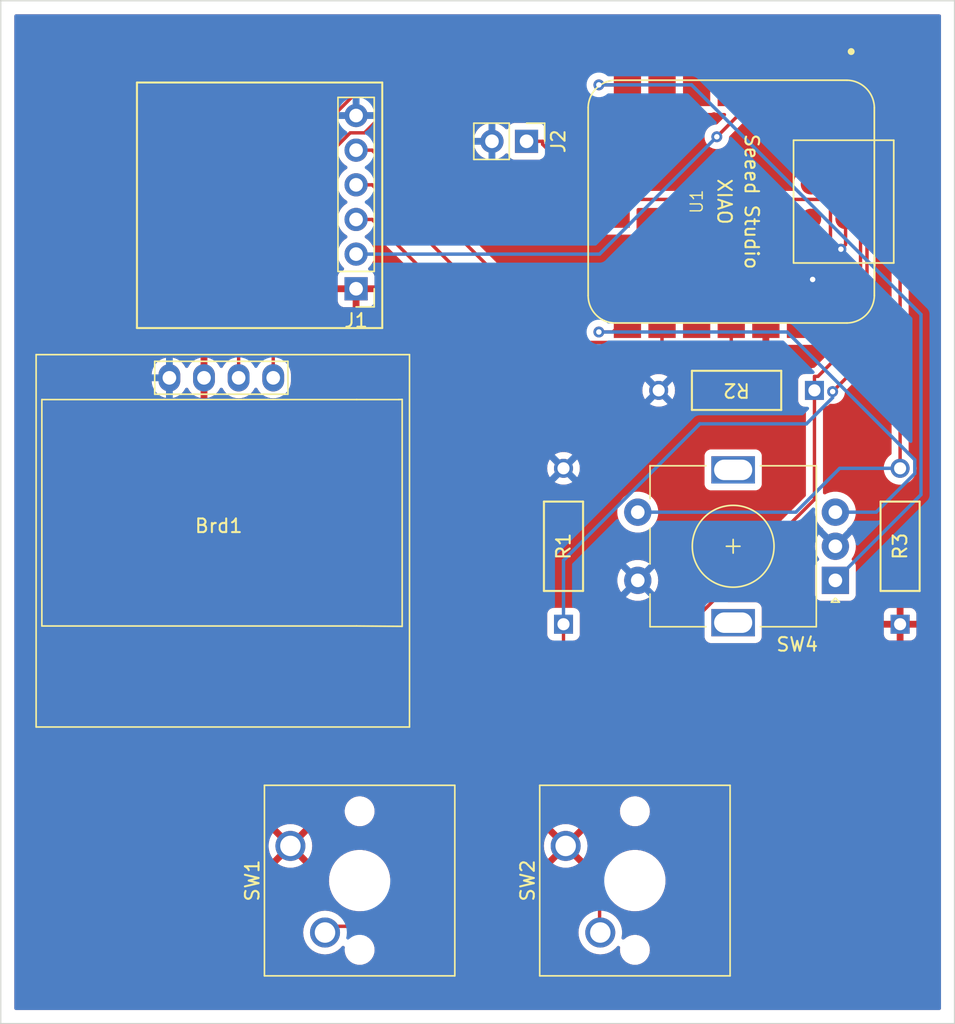
<source format=kicad_pcb>
(kicad_pcb (version 20221018) (generator pcbnew)
  (layers (0 "F.Cu" signal) (31 "B.Cu" signal) (34 "B.Paste" user) (35 "F.Paste" user) (36 "B.SilkS" user "B.Silkscreen") (37 "F.SilkS" user "F.Silkscreen") (38 "B.Mask" user) (39 "F.Mask" user) (44 "Edge.Cuts" user))
  (net 0 "")
  (net 1 "GND")
  (net 2 "ENC_C")
  (net 3 "SCL")
  (net 4 "SDA")
  (net 5 "CS_SD")
  (net 6 "MOSI")
  (net 7 "CLK")
  (net 8 "MISO")
  (net 9 "+5V")
  (net 10 "S1")
  (net 11 "S2")
  (net 12 "ENC_A")
  (net 13 "ENC_B")
  (net 18 "+3V3")
  (footprint "Connector_PinHeader_2.54mm:PinHeader_1x06_P2.54mm_Vertical" (layer "F.Cu") (at 136.08 78.12 180)
    (fp_text reference "J1" (at 0 -2.33) (layer "F.SilkS"))
    (fp_text value "Conn_01x06_Pin")
    (fp_line (start -1.33 -1.33) (end 0 -1.33) (stroke (width 0.12)) (layer "F.SilkS"))
    (fp_line (start -1.33 0) (end -1.33 -1.33) (stroke (width 0.12)) (layer "F.SilkS"))
    (fp_line (start -1.33 1.27) (end -1.33 14.03) (stroke (width 0.12)) (layer "F.SilkS"))
    (fp_line (start -1.33 1.27) (end 1.33 1.27) (stroke (width 0.12)) (layer "F.SilkS"))
    (fp_line (start -1.33 14.03) (end 1.33 14.03) (stroke (width 0.12)) (layer "F.SilkS"))
    (fp_line (start 1.33 1.27) (end 1.33 14.03) (stroke (width 0.12)) (layer "F.SilkS"))
    (pad "1" thru_hole rect (at 0 0 180) (size 1.7 1.7) (drill 1) (layers "*.Cu" "*.Mask") (net 18 "+3V3"))
    (pad "2" thru_hole oval (at 0 2.54 180) (size 1.7 1.7) (drill 1) (layers "*.Cu" "*.Mask") (net 5 "CS_SD"))
    (pad "3" thru_hole oval (at 0 5.08 180) (size 1.7 1.7) (drill 1) (layers "*.Cu" "*.Mask") (net 6 "MOSI"))
    (pad "4" thru_hole oval (at 0 7.62 180) (size 1.7 1.7) (drill 1) (layers "*.Cu" "*.Mask") (net 7 "CLK"))
    (pad "5" thru_hole oval (at 0 10.16 180) (size 1.7 1.7) (drill 1) (layers "*.Cu" "*.Mask") (net 8 "MISO"))
    (pad "6" thru_hole oval (at 0 12.7 180) (size 1.7 1.7) (drill 1) (layers "*.Cu" "*.Mask") (net 1 "GND"))
  )
  (footprint "Connector_PinHeader_2.54mm:PinHeader_1x02_P2.54mm_Vertical" (layer "F.Cu") (at 148.59 67.31 -90)
    (fp_text reference "J2" (at 0 -2.33 90) (layer "F.SilkS"))
    (fp_text value "Conn_01x02_Pin")
    (fp_line (start -1.33 -1.33) (end 0 -1.33) (stroke (width 0.12)) (layer "F.SilkS"))
    (fp_line (start -1.33 0) (end -1.33 -1.33) (stroke (width 0.12)) (layer "F.SilkS"))
    (fp_line (start -1.33 1.27) (end -1.33 3.87) (stroke (width 0.12)) (layer "F.SilkS"))
    (fp_line (start -1.33 1.27) (end 1.33 1.27) (stroke (width 0.12)) (layer "F.SilkS"))
    (fp_line (start -1.33 3.87) (end 1.33 3.87) (stroke (width 0.12)) (layer "F.SilkS"))
    (fp_line (start 1.33 1.27) (end 1.33 3.87) (stroke (width 0.12)) (layer "F.SilkS"))
    (pad "1" thru_hole rect (at 0 0 270) (size 1.7 1.7) (drill 1) (layers "*.Cu" "*.Mask") (net 9 "+5V"))
    (pad "2" thru_hole oval (at 0 2.54 270) (size 1.7 1.7) (drill 1) (layers "*.Cu" "*.Mask") (net 1 "GND"))
  )
  (footprint "Resistor_THT:CF14JT4K70" (layer "F.Cu") (at 169.715 85.57 180)
    (fp_text reference "R2" (at 5.715 0 180 unlocked) (layer "F.SilkS"))
    (fp_text value "R")
    (fp_line (start 2.4384 -1.4351) (end 2.4384 1.4351) (stroke (width 0.1524)) (layer "F.SilkS"))
    (fp_line (start 2.4384 1.4351) (end 8.9916 1.4351) (stroke (width 0.1524)) (layer "F.SilkS"))
    (fp_line (start 8.9916 -1.4351) (end 2.4384 -1.4351) (stroke (width 0.1524)) (layer "F.SilkS"))
    (fp_line (start 8.9916 1.4351) (end 8.9916 -1.4351) (stroke (width 0.1524)) (layer "F.SilkS"))
    (pad "1" thru_hole rect (at 0 0 180) (size 1.397 1.397) (drill 0.889) (layers "*.Cu" "*.Mask") (net 11 "S2"))
    (pad "2" thru_hole circle (at 11.43 0 180) (size 1.397 1.397) (drill 0.889) (layers "*.Cu" "*.Mask") (net 1 "GND"))
  )
  (footprint "Resistor_THT:CF14JT4K70" (layer "F.Cu") (at 176 102.715 90)
    (fp_text reference "R3" (at 5.715 0 90 unlocked) (layer "F.SilkS"))
    (fp_text value "R")
    (fp_line (start 2.4384 -1.4351) (end 2.4384 1.4351) (stroke (width 0.1524)) (layer "F.SilkS"))
    (fp_line (start 2.4384 1.4351) (end 8.9916 1.4351) (stroke (width 0.1524)) (layer "F.SilkS"))
    (fp_line (start 8.9916 -1.4351) (end 2.4384 -1.4351) (stroke (width 0.1524)) (layer "F.SilkS"))
    (fp_line (start 8.9916 1.4351) (end 8.9916 -1.4351) (stroke (width 0.1524)) (layer "F.SilkS"))
    (pad "1" thru_hole rect (at 0 0 90) (size 1.397 1.397) (drill 0.889) (layers "*.Cu" "*.Mask") (net 18 "+3V3"))
    (pad "2" thru_hole circle (at 11.43 0 90) (size 1.397 1.397) (drill 0.889) (layers "*.Cu" "*.Mask") (net 2 "ENC_C"))
  )
  (footprint "RF:XIAO-SAMD21-RP2040-14P-2.54-21X17.8MM (Seeeduino XIAO)" (layer "F.Cu") (at 163.61 71.73 -90)
    (fp_text reference "U1" (at 0 2.54 90) (layer "F.SilkS") (effects (font (size 0.889 0.889) (thickness 0.1016))))
    (fp_text value "Seeed Studio XIAO SAMD21" hide)
    (fp_text user "Seeed Studio" (at 0 -1.5 -90 unlocked) (layer "F.SilkS"))
    (fp_text user "XIAO" (at 0 0.5 -90 unlocked) (layer "F.SilkS"))
    (fp_line (start -8.9 -8.5) (end -8.9 8.5) (stroke (width 0.127)) (layer "F.SilkS"))
    (fp_line (start -6.9 10.5) (end 6.9 10.5) (stroke (width 0.127)) (layer "F.SilkS"))
    (fp_line (start -4.5 -11.92403) (end 4.5 -11.92403) (stroke (width 0.127)) (layer "F.SilkS"))
    (fp_line (start -4.5 -4.57073) (end -4.5 -11.92403) (stroke (width 0.127)) (layer "F.SilkS"))
    (fp_line (start 4.5 -11.92403) (end 4.5 -4.57073) (stroke (width 0.127)) (layer "F.SilkS"))
    (fp_line (start 4.5 -4.57073) (end -4.5 -4.57073) (stroke (width 0.127)) (layer "F.SilkS"))
    (fp_line (start 6.9 -10.49909) (end -6.9 -10.49909) (stroke (width 0.127)) (layer "F.SilkS"))
    (fp_line (start 8.9 8.5) (end 8.9 -8.5) (stroke (width 0.127)) (layer "F.SilkS"))
    (fp_arc (start -8.9 -8.5) (mid -8.301491 -9.901491) (end -6.9 -10.5) (stroke (width 0.12)) (layer "F.SilkS"))
    (fp_arc (start -6.9 10.5) (mid -8.301423 9.901423) (end -8.9 8.5) (stroke (width 0.12)) (layer "F.SilkS"))
    (fp_arc (start 6.9 -10.5) (mid 8.301491 -9.901491) (end 8.9 -8.5) (stroke (width 0.12)) (layer "F.SilkS"))
    (fp_arc (start 8.9 8.5) (mid 8.314214 9.914214) (end 6.9 10.5) (stroke (width 0.12)) (layer "F.SilkS"))
    (fp_circle (center -11 -8.8) (end -11 -9.054) (fill solid) (layer "F.SilkS"))
    (fp_poly (pts (xy -8.887715 -8.561705) (xy -8.884667 -8.610473) (xy -8.880603 -8.659494)) (stroke (width 0.0254)) (fill none) (layer "F.SilkS"))
    (fp_poly (pts (xy 8.889492 8.521574) (xy 8.887713 8.57085) (xy 8.884665 8.619618) (xy 8.880601 8.668639) (xy 8.875268 8.717407) (xy 8.868664 8.766175) (xy 8.861044 8.81469) (xy 8.852153 8.86295) (xy 8.842248 8.910955)) (stroke (width 0.0254)) (fill none) (layer "F.SilkS"))
    (pad "1" smd rect (at -8.5 -7.62 270) (size 3 2) (layers "F.Cu" "F.Paste" "F.Mask") (net 10 "S1"))
    (pad "2" smd rect (at -8.5 -5.08 270) (size 3 2) (layers "F.Cu" "F.Paste" "F.Mask") (net 11 "S2"))
    (pad "3" smd rect (at -8.5 -2.54 270) (size 3 2) (layers "F.Cu" "F.Paste" "F.Mask") (net 5 "CS_SD"))
    (pad "4" smd rect (at -8.5 0 270) (size 3 2) (layers "F.Cu" "F.Paste" "F.Mask") (net 2 "ENC_C"))
    (pad "5" smd rect (at -8.5 2.54 270) (size 3 2) (layers "F.Cu" "F.Paste" "F.Mask") (net 4 "SDA"))
    (pad "6" smd rect (at -8.5 5.08 90) (size 3 2) (layers "F.Cu" "F.Paste" "F.Mask") (net 3 "SCL"))
    (pad "7" smd rect (at -8.5 7.62 270) (size 3 2) (layers "F.Cu" "F.Paste" "F.Mask") (net 12 "ENC_A"))
    (pad "8" smd rect (at 8.5 7.62 270) (size 3 2) (layers "F.Cu" "F.Paste" "F.Mask") (net 13 "ENC_B"))
    (pad "9" smd rect (at 8.5 5.08 270) (size 3 2) (layers "F.Cu" "F.Paste" "F.Mask") (net 7 "CLK"))
    (pad "10" smd rect (at 8.5 2.54 270) (size 3 2) (layers "F.Cu" "F.Paste" "F.Mask") (net 8 "MISO"))
    (pad "11" smd rect (at 8.5 0 270) (size 3 2) (layers "F.Cu" "F.Paste" "F.Mask") (net 6 "MOSI"))
    (pad "12" smd rect (at 8.5 -2.54 270) (size 3 2) (layers "F.Cu" "F.Paste" "F.Mask") (net 18 "+3V3"))
    (pad "13" smd rect (at 8.5 -5.08 270) (size 3 2) (layers "F.Cu" "F.Paste" "F.Mask") (net 1 "GND"))
    (pad "14" smd rect (at 8.5 -7.62 270) (size 3 2) (layers "F.Cu" "F.Paste" "F.Mask") (net 9 "+5V"))
    (pad "15" smd circle (at -1.27 -8.39) (size 1.5 1.5) (layers "F.Cu" "F.Paste" "F.Mask") (net 9 "+5V"))
    (pad "16" smd circle (at 1.27 -8.39) (size 1.5 1.5) (layers "F.Cu" "F.Paste" "F.Mask") (net 1 "GND"))
    (pad "17" smd circle (at -1.27 -5.85) (size 1.5 1.5) (layers "F.Cu" "F.Paste" "F.Mask"))
    (pad "18" smd circle (at 1.27 -5.85) (size 1.5 1.5) (layers "F.Cu" "F.Paste" "F.Mask"))
    (pad "19" smd rect (at -1.27 8.6) (size 2.3 1.3) (layers "F.Cu" "F.Paste" "F.Mask"))
    (pad "20" smd rect (at 1.27 8.6) (size 2.3 1.3) (layers "F.Cu" "F.Paste" "F.Mask"))
  )
  (footprint "Display:SSD1306_128x64" (layer "F.Cu") (at 126 95.25)
    (fp_text reference "Brd1" (at 0 0.254) (layer "F.SilkS"))
    (fp_text value "SSD1306")
    (fp_line (start -13.4 -12.3) (end 14 -12.3) (stroke (width 0.12)) (layer "F.SilkS"))
    (fp_line (start -13.4 15) (end -13.4 -12.3) (stroke (width 0.12)) (layer "F.SilkS"))
    (fp_line (start -12.978 -9.005) (end 10.122 -9.005) (stroke (width 0.12)) (layer "F.SilkS"))
    (fp_line (start -12.978 7.595) (end -12.978 -9.005) (stroke (width 0.12)) (layer "F.SilkS"))
    (fp_line (start -4.699 -11.811) (end -4.699 -9.398) (stroke (width 0.12)) (layer "F.SilkS"))
    (fp_line (start -4.699 -11.811) (end 5.08 -11.811) (stroke (width 0.12)) (layer "F.SilkS"))
    (fp_line (start 5.08 -11.811) (end 5.08 -9.398) (stroke (width 0.12)) (layer "F.SilkS"))
    (fp_line (start 5.08 -9.398) (end -4.699 -9.398) (stroke (width 0.12)) (layer "F.SilkS"))
    (fp_line (start 10.122 -9.005) (end 13.208 -9.005) (stroke (width 0.12)) (layer "F.SilkS"))
    (fp_line (start 10.122 7.595) (end -12.978 7.595) (stroke (width 0.12)) (layer "F.SilkS"))
    (fp_line (start 10.122 7.595) (end 13.462 7.62) (stroke (width 0.12)) (layer "F.SilkS"))
    (fp_line (start 13.462 -9.017) (end 13.208 -9.005) (stroke (width 0.12)) (layer "F.SilkS"))
    (fp_line (start 13.462 7.62) (end 13.462 -9.017) (stroke (width 0.12)) (layer "F.SilkS"))
    (fp_line (start 14 -12.3) (end 14 15) (stroke (width 0.12)) (layer "F.SilkS"))
    (fp_line (start 14 15) (end -13.4 15) (stroke (width 0.12)) (layer "F.SilkS"))
    (pad "1" thru_hole oval (at -3.62 -10.6 90) (size 2 1.6) (drill 1) (layers "*.Cu" "*.Mask") (net 1 "GND"))
    (pad "2" thru_hole oval (at -1.08 -10.6 90) (size 2 1.6) (drill 1) (layers "*.Cu" "*.Mask") (net 18 "+3V3"))
    (pad "3" thru_hole oval (at 1.46 -10.6 90) (size 2 1.6) (drill 1) (layers "*.Cu" "*.Mask") (net 3 "SCL"))
    (pad "4" thru_hole oval (at 4 -10.6 90) (size 2 1.6) (drill 1) (layers "*.Cu" "*.Mask") (net 4 "SDA"))
  )
  (footprint "Button_Switch_Keyboard:SW_Cherry_MX_1.00u_PCB" (layer "F.Cu") (at 131.26 118.9687 90)
    (fp_text reference "SW1" (at -2.54 -2.794 90) (layer "F.SilkS"))
    (fp_text value "SW_Push")
    (fp_line (start -9.525 -1.905) (end 4.445 -1.905) (stroke (width 0.12)) (layer "F.SilkS"))
    (fp_line (start -9.525 12.065) (end -9.525 -1.905) (stroke (width 0.12)) (layer "F.SilkS"))
    (fp_line (start 4.445 -1.905) (end 4.445 12.065) (stroke (width 0.12)) (layer "F.SilkS"))
    (fp_line (start 4.445 12.065) (end -9.525 12.065) (stroke (width 0.12)) (layer "F.SilkS"))
    (pad "" np_thru_hole circle (at -7.62 5.08 90) (size 1.7 1.7) (drill 1.7) (layers "*.Cu" "*.Mask"))
    (pad "" np_thru_hole circle (at -2.54 5.08 90) (size 4 4) (drill 4) (layers "*.Cu" "*.Mask"))
    (pad "" np_thru_hole circle (at 2.54 5.08 90) (size 1.7 1.7) (drill 1.7) (layers "*.Cu" "*.Mask"))
    (pad "1" thru_hole circle (at 0 0 90) (size 2.2 2.2) (drill 1.5) (layers "*.Cu" "*.Mask") (net 18 "+3V3"))
    (pad "2" thru_hole circle (at -6.35 2.54 90) (size 2.2 2.2) (drill 1.5) (layers "*.Cu" "*.Mask") (net 10 "S1"))
  )
  (footprint "Button_Switch_Keyboard:SW_Cherry_MX_1.00u_PCB" (layer "F.Cu") (at 151.46 118.9687 90)
    (fp_text reference "SW2" (at -2.54 -2.794 90) (layer "F.SilkS"))
    (fp_text value "SW_Push")
    (fp_line (start -9.525 -1.905) (end 4.445 -1.905) (stroke (width 0.12)) (layer "F.SilkS"))
    (fp_line (start -9.525 12.065) (end -9.525 -1.905) (stroke (width 0.12)) (layer "F.SilkS"))
    (fp_line (start 4.445 -1.905) (end 4.445 12.065) (stroke (width 0.12)) (layer "F.SilkS"))
    (fp_line (start 4.445 12.065) (end -9.525 12.065) (stroke (width 0.12)) (layer "F.SilkS"))
    (pad "" np_thru_hole circle (at -7.62 5.08 90) (size 1.7 1.7) (drill 1.7) (layers "*.Cu" "*.Mask"))
    (pad "" np_thru_hole circle (at -2.54 5.08 90) (size 4 4) (drill 4) (layers "*.Cu" "*.Mask"))
    (pad "" np_thru_hole circle (at 2.54 5.08 90) (size 1.7 1.7) (drill 1.7) (layers "*.Cu" "*.Mask"))
    (pad "1" thru_hole circle (at 0 0 90) (size 2.2 2.2) (drill 1.5) (layers "*.Cu" "*.Mask") (net 18 "+3V3"))
    (pad "2" thru_hole circle (at -6.35 2.54 90) (size 2.2 2.2) (drill 1.5) (layers "*.Cu" "*.Mask") (net 11 "S2"))
  )
  (footprint "Rotary_Encoder:RotaryEncoder_Alps_EC11E-Switch_Vertical_H20mm" (layer "F.Cu") (at 171.25 99.5 180)
    (fp_text reference "SW4" (at 2.8 -4.7) (layer "F.SilkS"))
    (fp_text value "RotaryEncoder_Switch")
    (fp_line (start -0.3 -1.6) (end 0.3 -1.6) (stroke (width 0.12)) (layer "F.SilkS"))
    (fp_line (start 0 -1.3) (end -0.3 -1.6) (stroke (width 0.12)) (layer "F.SilkS"))
    (fp_line (start 0.3 -1.6) (end 0 -1.3) (stroke (width 0.12)) (layer "F.SilkS"))
    (fp_line (start 1.4 -3.4) (end 1.4 8.4) (stroke (width 0.12)) (layer "F.SilkS"))
    (fp_line (start 5.5 -3.4) (end 1.4 -3.4) (stroke (width 0.12)) (layer "F.SilkS"))
    (fp_line (start 5.5 8.4) (end 1.4 8.4) (stroke (width 0.12)) (layer "F.SilkS"))
    (fp_line (start 7 2.5) (end 8 2.5) (stroke (width 0.12)) (layer "F.SilkS"))
    (fp_line (start 7.5 2) (end 7.5 3) (stroke (width 0.12)) (layer "F.SilkS"))
    (fp_line (start 9.5 -3.4) (end 13.6 -3.4) (stroke (width 0.12)) (layer "F.SilkS"))
    (fp_line (start 13.6 -3.4) (end 13.6 -1) (stroke (width 0.12)) (layer "F.SilkS"))
    (fp_line (start 13.6 1.2) (end 13.6 3.8) (stroke (width 0.12)) (layer "F.SilkS"))
    (fp_line (start 13.6 6) (end 13.6 8.4) (stroke (width 0.12)) (layer "F.SilkS"))
    (fp_line (start 13.6 8.4) (end 9.5 8.4) (stroke (width 0.12)) (layer "F.SilkS"))
    (fp_circle (center 7.5 2.5) (end 10.5 2.5) (stroke (width 0.12)) (fill none) (layer "F.SilkS"))
    (pad "A" thru_hole rect (at 0 0 180) (size 2 2) (drill 1) (layers "*.Cu" "*.Mask") (net 12 "ENC_A"))
    (pad "B" thru_hole circle (at 0 5 180) (size 2 2) (drill 1) (layers "*.Cu" "*.Mask") (net 13 "ENC_B"))
    (pad "C" thru_hole circle (at 0 2.5 180) (size 2 2) (drill 1) (layers "*.Cu" "*.Mask") (net 1 "GND"))
    (pad "MP" thru_hole rect (at 7.5 -3.1 180) (size 3.2 2) (drill oval 2.8 1.5) (layers "*.Cu" "*.Mask"))
    (pad "MP" thru_hole rect (at 7.5 8.1 180) (size 3.2 2) (drill oval 2.8 1.5) (layers "*.Cu" "*.Mask"))
    (pad "S1" thru_hole circle (at 14.5 5 180) (size 2 2) (drill 1) (layers "*.Cu" "*.Mask") (net 2 "ENC_C"))
    (pad "S2" thru_hole circle (at 14.5 0 180) (size 2 2) (drill 1) (layers "*.Cu" "*.Mask") (net 1 "GND"))
  )
  (footprint "Resistor_THT:CF14JT4K70" (layer "F.Cu") (at 151.3 102.715 90)
    (fp_text reference "R1" (at 5.715 0 90 unlocked) (layer "F.SilkS"))
    (fp_text value "R")
    (fp_line (start 2.4384 -1.4351) (end 2.4384 1.4351) (stroke (width 0.1524)) (layer "F.SilkS"))
    (fp_line (start 2.4384 1.4351) (end 8.9916 1.4351) (stroke (width 0.1524)) (layer "F.SilkS"))
    (fp_line (start 8.9916 -1.4351) (end 2.4384 -1.4351) (stroke (width 0.1524)) (layer "F.SilkS"))
    (fp_line (start 8.9916 1.4351) (end 8.9916 -1.4351) (stroke (width 0.1524)) (layer "F.SilkS"))
    (pad "1" thru_hole rect (at 0 0 90) (size 1.397 1.397) (drill 0.889) (layers "*.Cu" "*.Mask") (net 10 "S1"))
    (pad "2" thru_hole circle (at 11.43 0 90) (size 1.397 1.397) (drill 0.889) (layers "*.Cu" "*.Mask") (net 1 "GND"))
  )
  (gr_line (start 138 63) (end 120 63) (stroke (width 0.15)) (layer "F.SilkS"))
  (gr_line (start 120 63) (end 120 81) (stroke (width 0.15)) (layer "F.SilkS"))
  (gr_line (start 120 81) (end 138 81) (stroke (width 0.15)) (layer "F.SilkS"))
  (gr_line (start 138 81) (end 138 63) (stroke (width 0.15)) (layer "F.SilkS"))
  (gr_line (start 180 57) (end 110 57) (stroke (width 0.1)) (layer "Edge.Cuts"))
  (gr_line (start 110 132) (end 180 132) (stroke (width 0.1)) (layer "Edge.Cuts"))
  (gr_line (start 110 57) (end 110 132) (stroke (width 0.1)) (layer "Edge.Cuts"))
  (gr_line (start 180 132) (end 180 57) (stroke (width 0.1)) (layer "Edge.Cuts"))
  (segment (start 168.69 78.3306) (end 168.69 80.23) (width 0.25) (layer "F.Cu") (net 1))
  (segment (start 171.657 75.2197) (end 172 74.8769) (width 0.25) (layer "F.Cu") (net 1))
  (segment (start 172 74.8769) (end 172 73) (width 0.25) (layer "F.Cu") (net 1))
  (segment (start 169.582 77.4384) (end 168.69 78.3306) (width 0.25) (layer "F.Cu") (net 1))
  (via (at 171.657 75.2197) (size 0.8) (drill 0.4) (layers "F.Cu" "B.Cu") (net 1))
  (via (at 169.582 77.4384) (size 0.8) (drill 0.4) (layers "F.Cu" "B.Cu") (net 1))
  (segment (start 163.61 63.23) (end 163.61 61.4031) (width 0.25) (layer "F.Cu") (net 2))
  (segment (start 163.61 61.4031) (end 172.382 61.4031) (width 0.25) (layer "F.Cu") (net 2))
  (segment (start 172.382 61.4031) (end 176 65.0211) (width 0.25) (layer "F.Cu") (net 2))
  (segment (start 176 65.0211) (end 176 91.285) (width 0.25) (layer "F.Cu") (net 2))
  (segment (start 168.353 94.5) (end 171.568 91.285) (width 0.25) (layer "B.Cu") (net 2))
  (segment (start 171.568 91.285) (end 176 91.285) (width 0.25) (layer "B.Cu") (net 2))
  (segment (start 156.75 94.5) (end 168.353 94.5) (width 0.25) (layer "B.Cu") (net 2))
  (segment (start 138.432 61.4031) (end 127.46 72.3748) (width 0.25) (layer "F.Cu") (net 3))
  (segment (start 158.53 63.23) (end 158.53 61.4031) (width 0.25) (layer "F.Cu") (net 3))
  (segment (start 127.46 72.3748) (end 127.46 84.65) (width 0.25) (layer "F.Cu") (net 3))
  (segment (start 158.53 61.4031) (end 138.432 61.4031) (width 0.25) (layer "F.Cu") (net 3))
  (segment (start 161.07 65.0569) (end 161.07 63.23) (width 0.25) (layer "F.Cu") (net 4))
  (segment (start 130 72.339) (end 135.649 66.69) (width 0.25) (layer "F.Cu") (net 4))
  (segment (start 130 84.65) (end 130 72.339) (width 0.25) (layer "F.Cu") (net 4))
  (segment (start 138.333 65.0569) (end 161.07 65.0569) (width 0.25) (layer "F.Cu") (net 4))
  (segment (start 136.7 66.69) (end 138.333 65.0569) (width 0.25) (layer "F.Cu") (net 4))
  (segment (start 135.649 66.69) (end 136.7 66.69) (width 0.25) (layer "F.Cu") (net 4))
  (segment (start 164.471 65.0569) (end 162.55 66.9777) (width 0.25) (layer "F.Cu") (net 5))
  (segment (start 166.15 63.23) (end 166.15 65.0569) (width 0.25) (layer "F.Cu") (net 5))
  (segment (start 166.15 65.0569) (end 164.471 65.0569) (width 0.25) (layer "F.Cu") (net 5))
  (via (at 162.55 66.9777) (size 0.8) (drill 0.4) (layers "F.Cu" "B.Cu") (net 5))
  (segment (start 162.55 66.9777) (end 153.948 75.58) (width 0.25) (layer "B.Cu") (net 5))
  (segment (start 153.948 75.58) (end 136.08 75.58) (width 0.25) (layer "B.Cu") (net 5))
  (segment (start 163.124 82.5434) (end 146.76 82.5434) (width 0.25) (layer "F.Cu") (net 6))
  (segment (start 137.257 73.04) (end 136.08 73.04) (width 0.25) (layer "F.Cu") (net 6))
  (segment (start 146.76 82.5434) (end 137.257 73.04) (width 0.25) (layer "F.Cu") (net 6))
  (segment (start 163.61 80.23) (end 163.61 82.0569) (width 0.25) (layer "F.Cu") (net 6))
  (segment (start 163.61 82.0569) (end 163.124 82.5434) (width 0.25) (layer "F.Cu") (net 6))
  (segment (start 137.257 70.5) (end 136.08 70.5) (width 0.25) (layer "F.Cu") (net 7))
  (segment (start 158.53 80.23) (end 158.53 82.0569) (width 0.25) (layer "F.Cu") (net 7))
  (segment (start 148.814 82.0569) (end 137.257 70.5) (width 0.25) (layer "F.Cu") (net 7))
  (segment (start 158.53 82.0569) (end 148.814 82.0569) (width 0.25) (layer "F.Cu") (net 7))
  (segment (start 147.7 78.4031) (end 137.257 67.96) (width 0.25) (layer "F.Cu") (net 8))
  (segment (start 161.07 80.23) (end 161.07 78.4031) (width 0.25) (layer "F.Cu") (net 8))
  (segment (start 137.257 67.96) (end 136.08 67.96) (width 0.25) (layer "F.Cu") (net 8))
  (segment (start 161.07 78.4031) (end 147.7 78.4031) (width 0.25) (layer "F.Cu") (net 8))
  (segment (start 153.807 71.5706) (end 149.767 67.5307) (width 0.25) (layer "F.Cu") (net 9))
  (segment (start 172 70.46) (end 170.889 71.5706) (width 0.25) (layer "F.Cu") (net 9))
  (segment (start 149.767 67.5307) (end 149.767 67.31) (width 0.25) (layer "F.Cu") (net 9))
  (segment (start 171.23 78.4031) (end 171.23 80.23) (width 0.25) (layer "F.Cu") (net 9))
  (segment (start 170.889 71.5706) (end 153.807 71.5706) (width 0.25) (layer "F.Cu") (net 9))
  (segment (start 149.767 67.31) (end 148.59 67.31) (width 0.25) (layer "F.Cu") (net 9))
  (segment (start 170.889 71.5706) (end 170.889 78.0625) (width 0.25) (layer "F.Cu") (net 9))
  (segment (start 170.889 78.0625) (end 171.23 78.4031) (width 0.25) (layer "F.Cu") (net 9))
  (segment (start 173.57 83.1375) (end 173.57 67.3971) (width 0.25) (layer "F.Cu") (net 10))
  (segment (start 171.049 85.6584) (end 173.57 83.1375) (width 0.25) (layer "F.Cu") (net 10))
  (segment (start 133.8 125.319) (end 134.0285 125.0905) (width 0.25) (layer "F.Cu") (net 10))
  (segment (start 136.643 124.862) (end 151.3 110.204) (width 0.25) (layer "F.Cu") (net 10))
  (segment (start 151.3 110.204) (end 151.3 102.715) (width 0.25) (layer "F.Cu") (net 10))
  (segment (start 173.57 67.3971) (end 171.23 65.0569) (width 0.25) (layer "F.Cu") (net 10))
  (segment (start 134.0285 125.0905) (end 134.0282 125.0905) (width 0.25) (layer "F.Cu") (net 10))
  (segment (start 171.23 65.0569) (end 171.23 63.23) (width 0.25) (layer "F.Cu") (net 10))
  (segment (start 134.0282 125.0905) (end 133.8 125.3187) (width 0.25) (layer "F.Cu") (net 10))
  (segment (start 134.257 124.862) (end 136.643 124.862) (width 0.25) (layer "F.Cu") (net 10))
  (segment (start 134.0285 125.0905) (end 134.257 124.862) (width 0.25) (layer "F.Cu") (net 10))
  (via (at 171.049 85.6584) (size 0.8) (drill 0.4) (layers "F.Cu" "B.Cu") (net 10))
  (segment (start 171.049 86.102) (end 171.049 85.6584) (width 0.25) (layer "B.Cu") (net 10))
  (segment (start 151.3 98.0304) (end 161.307 88.0238) (width 0.25) (layer "B.Cu") (net 10))
  (segment (start 161.307 88.0238) (end 169.128 88.0238) (width 0.25) (layer "B.Cu") (net 10))
  (segment (start 169.128 88.0238) (end 171.049 86.102) (width 0.25) (layer "B.Cu") (net 10))
  (segment (start 151.3 102.715) (end 151.3 98.0304) (width 0.25) (layer "B.Cu") (net 10))
  (segment (start 153.9745 125.2935) (end 153.949 125.268) (width 0.25) (layer "F.Cu") (net 11))
  (segment (start 173.097 81.419) (end 173.097 69.996) (width 0.25) (layer "F.Cu") (net 11))
  (segment (start 169.715 85.57) (end 169.715 84.5446) (width 0.25) (layer "F.Cu") (net 11))
  (segment (start 153.9748 125.2935) (end 154 125.3187) (width 0.25) (layer "F.Cu") (net 11))
  (segment (start 173.097 69.996) (end 168.69 65.5891) (width 0.25) (layer "F.Cu") (net 11))
  (segment (start 169.971 84.5446) (end 173.097 81.419) (width 0.25) (layer "F.Cu") (net 11))
  (segment (start 169.715 84.5446) (end 169.971 84.5446) (width 0.25) (layer "F.Cu") (net 11))
  (segment (start 153.949 109.338) (end 169.715 93.5727) (width 0.25) (layer "F.Cu") (net 11))
  (segment (start 153.949 125.268) (end 153.949 109.338) (width 0.25) (layer "F.Cu") (net 11))
  (segment (start 168.69 65.5891) (end 168.69 63.23) (width 0.25) (layer "F.Cu") (net 11))
  (segment (start 153.9745 125.2935) (end 153.9748 125.2935) (width 0.25) (layer "F.Cu") (net 11))
  (segment (start 154 125.319) (end 153.9745 125.2935) (width 0.25) (layer "F.Cu") (net 11))
  (segment (start 169.715 93.5727) (end 169.715 85.57) (width 0.25) (layer "F.Cu") (net 11))
  (segment (start 153.895 63.1719) (end 155.932 63.1719) (width 0.25) (layer "F.Cu") (net 12))
  (segment (start 155.932 63.1719) (end 155.99 63.23) (width 0.25) (layer "F.Cu") (net 12))
  (via (at 153.895 63.1719) (size 0.8) (drill 0.4) (layers "F.Cu" "B.Cu") (net 12))
  (segment (start 177.532 93.2185) (end 177.532 80.006) (width 0.25) (layer "B.Cu") (net 12))
  (segment (start 177.532 80.006) (end 160.697 63.1719) (width 0.25) (layer "B.Cu") (net 12))
  (segment (start 171.25 99.5) (end 177.532 93.2185) (width 0.25) (layer "B.Cu") (net 12))
  (segment (start 160.697 63.1719) (end 153.895 63.1719) (width 0.25) (layer "B.Cu") (net 12))
  (segment (start 154.93 81.2896) (end 155.99 80.23) (width 0.25) (layer "F.Cu") (net 13))
  (segment (start 153.895 81.2896) (end 154.93 81.2896) (width 0.25) (layer "F.Cu") (net 13))
  (via (at 153.895 81.2896) (size 0.8) (drill 0.4) (layers "F.Cu" "B.Cu") (net 13))
  (segment (start 171.25 94.5) (end 174.245 94.5) (width 0.25) (layer "B.Cu") (net 13))
  (segment (start 177.077 90.658) (end 167.708 81.2896) (width 0.25) (layer "B.Cu") (net 13))
  (segment (start 167.708 81.2896) (end 153.895 81.2896) (width 0.25) (layer "B.Cu") (net 13))
  (segment (start 177.077 91.6684) (end 177.077 90.658) (width 0.25) (layer "B.Cu") (net 13))
  (segment (start 174.245 94.5) (end 177.077 91.6684) (width 0.25) (layer "B.Cu") (net 13))
  (zone (net 18) (net_name "+3V3") (layer "F.Cu") (connect_pads (clearance 0.5)) (min_thickness 0.25) (fill yes (thermal_gap 0.5) (thermal_bridge_width 0.5))
    (polygon (pts (xy 111 58) (xy 179 58) (xy 179 131) (xy 111 131)))
  )
  (zone (net 1) (net_name "GND") (layer "B.Cu") (priority 1) (connect_pads (clearance 0.5)) (min_thickness 0.25) (fill yes (thermal_gap 0.5) (thermal_bridge_width 0.5))
    (polygon (pts (xy 111 58) (xy 111 131) (xy 179 131) (xy 179 58)))
  )
)
</source>
